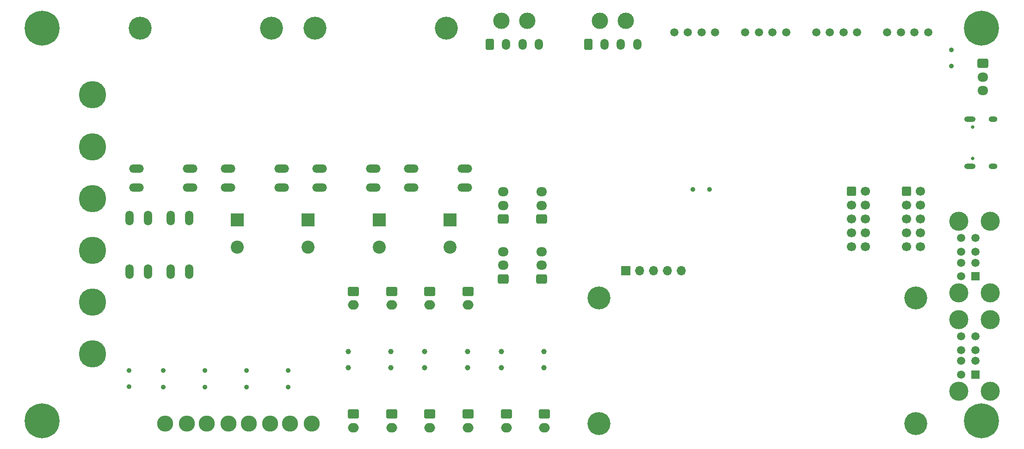
<source format=gbr>
%TF.GenerationSoftware,KiCad,Pcbnew,7.0.7-7.0.7~ubuntu22.04.1*%
%TF.CreationDate,2023-08-30T01:26:55-07:00*%
%TF.ProjectId,mainboard,6d61696e-626f-4617-9264-2e6b69636164,rev?*%
%TF.SameCoordinates,Original*%
%TF.FileFunction,Soldermask,Bot*%
%TF.FilePolarity,Negative*%
%FSLAX46Y46*%
G04 Gerber Fmt 4.6, Leading zero omitted, Abs format (unit mm)*
G04 Created by KiCad (PCBNEW 7.0.7-7.0.7~ubuntu22.04.1) date 2023-08-30 01:26:55*
%MOMM*%
%LPD*%
G01*
G04 APERTURE LIST*
G04 Aperture macros list*
%AMRoundRect*
0 Rectangle with rounded corners*
0 $1 Rounding radius*
0 $2 $3 $4 $5 $6 $7 $8 $9 X,Y pos of 4 corners*
0 Add a 4 corners polygon primitive as box body*
4,1,4,$2,$3,$4,$5,$6,$7,$8,$9,$2,$3,0*
0 Add four circle primitives for the rounded corners*
1,1,$1+$1,$2,$3*
1,1,$1+$1,$4,$5*
1,1,$1+$1,$6,$7*
1,1,$1+$1,$8,$9*
0 Add four rect primitives between the rounded corners*
20,1,$1+$1,$2,$3,$4,$5,0*
20,1,$1+$1,$4,$5,$6,$7,0*
20,1,$1+$1,$6,$7,$8,$9,0*
20,1,$1+$1,$8,$9,$2,$3,0*%
G04 Aperture macros list end*
%ADD10C,2.950000*%
%ADD11C,1.000000*%
%ADD12O,2.700000X1.500000*%
%ADD13O,1.500000X2.700000*%
%ADD14C,1.500000*%
%ADD15C,3.000000*%
%ADD16RoundRect,0.250001X-0.499999X-0.759999X0.499999X-0.759999X0.499999X0.759999X-0.499999X0.759999X0*%
%ADD17O,1.500000X2.020000*%
%ADD18RoundRect,0.250000X-0.750000X0.600000X-0.750000X-0.600000X0.750000X-0.600000X0.750000X0.600000X0*%
%ADD19O,2.000000X1.700000*%
%ADD20C,0.650000*%
%ADD21O,2.100000X1.000000*%
%ADD22O,1.600000X1.000000*%
%ADD23RoundRect,0.250000X0.725000X-0.600000X0.725000X0.600000X-0.725000X0.600000X-0.725000X-0.600000X0*%
%ADD24O,1.950000X1.700000*%
%ADD25C,0.800000*%
%ADD26C,6.400000*%
%ADD27C,4.200000*%
%ADD28C,5.000000*%
%ADD29C,0.900000*%
%ADD30RoundRect,0.250000X-0.600000X-0.600000X0.600000X-0.600000X0.600000X0.600000X-0.600000X0.600000X0*%
%ADD31C,1.700000*%
%ADD32R,2.400000X2.400000*%
%ADD33C,2.400000*%
%ADD34RoundRect,0.250000X-0.725000X0.600000X-0.725000X-0.600000X0.725000X-0.600000X0.725000X0.600000X0*%
%ADD35R,1.500000X1.500000*%
%ADD36C,3.500000*%
%ADD37R,1.700000X1.700000*%
%ADD38O,1.700000X1.700000*%
G04 APERTURE END LIST*
D10*
%TO.C,J17*%
X104215000Y-136500000D03*
X108120000Y-136500000D03*
%TD*%
D11*
%TO.C,SW5*%
X144099999Y-123300000D03*
X144099999Y-126300000D03*
%TD*%
D12*
%TO.C,F4*%
X108100000Y-89800000D03*
X108100000Y-93200000D03*
X117900000Y-89800000D03*
X117900000Y-93200000D03*
%TD*%
D13*
%TO.C,F6*%
X90050000Y-108650000D03*
X93450000Y-108650000D03*
X90050000Y-98850000D03*
X93450000Y-98850000D03*
%TD*%
D14*
%TO.C,M4*%
X197250000Y-64755000D03*
X194750000Y-64755000D03*
X192250000Y-64755000D03*
X189750000Y-64755000D03*
%TD*%
%TO.C,M2*%
X223250000Y-64755000D03*
X220750000Y-64755000D03*
X218250000Y-64755000D03*
X215750000Y-64755000D03*
%TD*%
D15*
%TO.C,M6*%
X158150000Y-62650000D03*
X162850000Y-62650000D03*
D16*
X156000000Y-66970000D03*
D17*
X159000000Y-66970000D03*
X162000000Y-66970000D03*
X165000000Y-66970000D03*
%TD*%
D18*
%TO.C,J25*%
X138025000Y-112250000D03*
D19*
X138025000Y-114750000D03*
%TD*%
D20*
%TO.C,J1*%
X244395000Y-87890000D03*
X244395000Y-82110000D03*
D21*
X243895000Y-89320000D03*
D22*
X248075000Y-89320000D03*
D21*
X243895000Y-80680000D03*
D22*
X248075000Y-80680000D03*
%TD*%
D18*
%TO.C,J23*%
X131025000Y-112250000D03*
D19*
X131025000Y-114750000D03*
%TD*%
D23*
%TO.C,J3*%
X165475000Y-99000000D03*
D24*
X165475000Y-96500000D03*
X165475000Y-94000000D03*
%TD*%
D18*
%TO.C,J15*%
X138024998Y-134750000D03*
D19*
X138024998Y-137250000D03*
%TD*%
D12*
%TO.C,F5*%
X91350000Y-89800000D03*
X91350000Y-93200000D03*
X101150000Y-89800000D03*
X101150000Y-93200000D03*
%TD*%
D23*
%TO.C,J4*%
X158475000Y-99000000D03*
D24*
X158475000Y-96500000D03*
X158475000Y-94000000D03*
%TD*%
D25*
%TO.C,H4*%
X243600000Y-136000000D03*
X244302944Y-134302944D03*
X244302944Y-137697056D03*
X246000000Y-133600000D03*
D26*
X246000000Y-136000000D03*
D25*
X246000000Y-138400000D03*
X247697056Y-134302944D03*
X247697056Y-137697056D03*
X248400000Y-136000000D03*
%TD*%
D14*
%TO.C,M3*%
X210250000Y-64755000D03*
X207750000Y-64755000D03*
X205250000Y-64755000D03*
X202750000Y-64755000D03*
%TD*%
%TO.C,M1*%
X236250000Y-64755000D03*
X233750000Y-64755000D03*
X231250000Y-64755000D03*
X228750000Y-64755000D03*
%TD*%
D27*
%TO.C,H11*%
X176000000Y-113500000D03*
%TD*%
D10*
%TO.C,J18*%
X96595000Y-136500000D03*
X100500000Y-136500000D03*
%TD*%
D27*
%TO.C,H10*%
X148000000Y-64000000D03*
%TD*%
D10*
%TO.C,J19*%
X111845000Y-136500000D03*
X115750000Y-136500000D03*
%TD*%
D28*
%TO.C,J9*%
X83250000Y-76250000D03*
X83250000Y-85750000D03*
X83250000Y-95250000D03*
X83250000Y-104750000D03*
X83250000Y-114250000D03*
X83250000Y-123750000D03*
%TD*%
D29*
%TO.C,SW14*%
X193200000Y-93600000D03*
X196200000Y-93600000D03*
%TD*%
D27*
%TO.C,H8*%
X234000000Y-136500000D03*
%TD*%
D18*
%TO.C,J8*%
X131025000Y-134750000D03*
D19*
X131025000Y-137250000D03*
%TD*%
D27*
%TO.C,H12*%
X176000000Y-136500000D03*
%TD*%
D29*
%TO.C,SW12*%
X111460000Y-126800000D03*
X111460000Y-129800000D03*
%TD*%
D27*
%TO.C,H9*%
X124000000Y-64000000D03*
%TD*%
D11*
%TO.C,SW7*%
X158099998Y-123300000D03*
X158099998Y-126300000D03*
%TD*%
D18*
%TO.C,J27*%
X152025000Y-112250000D03*
D19*
X152025000Y-114750000D03*
%TD*%
D15*
%TO.C,M5*%
X176150000Y-62650000D03*
X180850000Y-62650000D03*
D16*
X174000000Y-66970000D03*
D17*
X177000000Y-66970000D03*
X180000000Y-66970000D03*
X183000000Y-66970000D03*
%TD*%
D18*
%TO.C,J7*%
X145025000Y-134750000D03*
D19*
X145025000Y-137250000D03*
%TD*%
D11*
%TO.C,SW6*%
X151899998Y-126300000D03*
X151899998Y-123300000D03*
%TD*%
D18*
%TO.C,J14*%
X152024998Y-134750000D03*
D19*
X152024998Y-137250000D03*
%TD*%
D12*
%TO.C,F3*%
X124850000Y-89800000D03*
X124850000Y-93200000D03*
X134650000Y-89800000D03*
X134650000Y-93200000D03*
%TD*%
D30*
%TO.C,J11*%
X232247500Y-93920000D03*
D31*
X234787500Y-93920000D03*
X232247500Y-96460000D03*
X234787500Y-96460000D03*
X232247500Y-99000000D03*
X234787500Y-99000000D03*
X232247500Y-101540000D03*
X234787500Y-101540000D03*
X232247500Y-104080000D03*
X234787500Y-104080000D03*
%TD*%
D11*
%TO.C,SW8*%
X165899997Y-126300000D03*
X165899997Y-123300000D03*
%TD*%
D23*
%TO.C,J6*%
X158475000Y-110000000D03*
D24*
X158475000Y-107500000D03*
X158475000Y-105000000D03*
%TD*%
D27*
%TO.C,H7*%
X234000000Y-113500000D03*
%TD*%
D10*
%TO.C,J20*%
X119455000Y-136500000D03*
X123360000Y-136500000D03*
%TD*%
D32*
%TO.C,C9*%
X122750000Y-99176041D03*
D33*
X122750000Y-104176041D03*
%TD*%
D23*
%TO.C,J5*%
X165475000Y-110000000D03*
D24*
X165475000Y-107500000D03*
X165475000Y-105000000D03*
%TD*%
D27*
%TO.C,H6*%
X116000000Y-64000000D03*
%TD*%
D29*
%TO.C,SW11*%
X96210000Y-126800000D03*
X96210000Y-129800000D03*
%TD*%
D30*
%TO.C,J10*%
X222247500Y-93920000D03*
D31*
X224787500Y-93920000D03*
X222247500Y-96460000D03*
X224787500Y-96460000D03*
X222247500Y-99000000D03*
X224787500Y-99000000D03*
X222247500Y-101540000D03*
X224787500Y-101540000D03*
X222247500Y-104080000D03*
X224787500Y-104080000D03*
%TD*%
D32*
%TO.C,C33*%
X135750000Y-99176041D03*
D33*
X135750000Y-104176041D03*
%TD*%
D34*
%TO.C,J24*%
X246275000Y-70500000D03*
D24*
X246275000Y-73000000D03*
X246275000Y-75500000D03*
%TD*%
D27*
%TO.C,H5*%
X92000000Y-64000000D03*
%TD*%
D18*
%TO.C,J16*%
X166024997Y-134750000D03*
D19*
X166024997Y-137250000D03*
%TD*%
D13*
%TO.C,F1*%
X100950000Y-98850000D03*
X97550000Y-98850000D03*
X100950000Y-108650000D03*
X97550000Y-108650000D03*
%TD*%
D35*
%TO.C,J13*%
X244857685Y-109500002D03*
D14*
X244857685Y-107000002D03*
X244857685Y-105000002D03*
X244857685Y-102500002D03*
X242237685Y-109500002D03*
X242237685Y-107000002D03*
X242237685Y-105000002D03*
X242237685Y-102500002D03*
D36*
X247567685Y-112570002D03*
X247567685Y-99430002D03*
X241887685Y-112570002D03*
X241887685Y-99430002D03*
%TD*%
D29*
%TO.C,SW1*%
X119070000Y-126800000D03*
X119070000Y-129800000D03*
%TD*%
D18*
%TO.C,J12*%
X159024999Y-134750000D03*
D19*
X159024999Y-137250000D03*
%TD*%
D32*
%TO.C,C27*%
X148750000Y-99176041D03*
D33*
X148750000Y-104176041D03*
%TD*%
D11*
%TO.C,SW3*%
X130099999Y-123300000D03*
X130099999Y-126300000D03*
%TD*%
D18*
%TO.C,J26*%
X145025000Y-112250000D03*
D19*
X145025000Y-114750000D03*
%TD*%
D25*
%TO.C,H1*%
X71600000Y-64000000D03*
X72302944Y-62302944D03*
X72302944Y-65697056D03*
X74000000Y-61600000D03*
D26*
X74000000Y-64000000D03*
D25*
X74000000Y-66400000D03*
X75697056Y-62302944D03*
X75697056Y-65697056D03*
X76400000Y-64000000D03*
%TD*%
D29*
%TO.C,SW9*%
X90000000Y-126750000D03*
X90000000Y-129750000D03*
%TD*%
D12*
%TO.C,F2*%
X141600000Y-89800000D03*
X141600000Y-93200000D03*
X151400000Y-89800000D03*
X151400000Y-93200000D03*
%TD*%
D37*
%TO.C,J2*%
X180870001Y-108500000D03*
D38*
X183410001Y-108500000D03*
X185950001Y-108500000D03*
X188490001Y-108500000D03*
X191030001Y-108500000D03*
%TD*%
D29*
%TO.C,SW10*%
X103830000Y-126800000D03*
X103830000Y-129800000D03*
%TD*%
D25*
%TO.C,H2*%
X71600000Y-136000000D03*
X72302944Y-134302944D03*
X72302944Y-137697056D03*
X74000000Y-133600000D03*
D26*
X74000000Y-136000000D03*
D25*
X74000000Y-138400000D03*
X75697056Y-134302944D03*
X75697056Y-137697056D03*
X76400000Y-136000000D03*
%TD*%
%TO.C,H3*%
X243600000Y-64000000D03*
X244302944Y-62302944D03*
X244302944Y-65697056D03*
X246000000Y-61600000D03*
D26*
X246000000Y-64000000D03*
D25*
X246000000Y-66400000D03*
X247697056Y-62302944D03*
X247697056Y-65697056D03*
X248400000Y-64000000D03*
%TD*%
D11*
%TO.C,SW4*%
X137899998Y-126300000D03*
X137899998Y-123300000D03*
%TD*%
D29*
%TO.C,SW13*%
X240500000Y-71000000D03*
X240500000Y-68000000D03*
%TD*%
D35*
%TO.C,J21*%
X244857685Y-127500002D03*
D14*
X244857685Y-125000002D03*
X244857685Y-123000002D03*
X244857685Y-120500002D03*
X242237685Y-127500002D03*
X242237685Y-125000002D03*
X242237685Y-123000002D03*
X242237685Y-120500002D03*
D36*
X247567685Y-130570002D03*
X247567685Y-117430002D03*
X241887685Y-130570002D03*
X241887685Y-117430002D03*
%TD*%
D32*
%TO.C,C7*%
X109750000Y-99176041D03*
D33*
X109750000Y-104176041D03*
%TD*%
M02*

</source>
